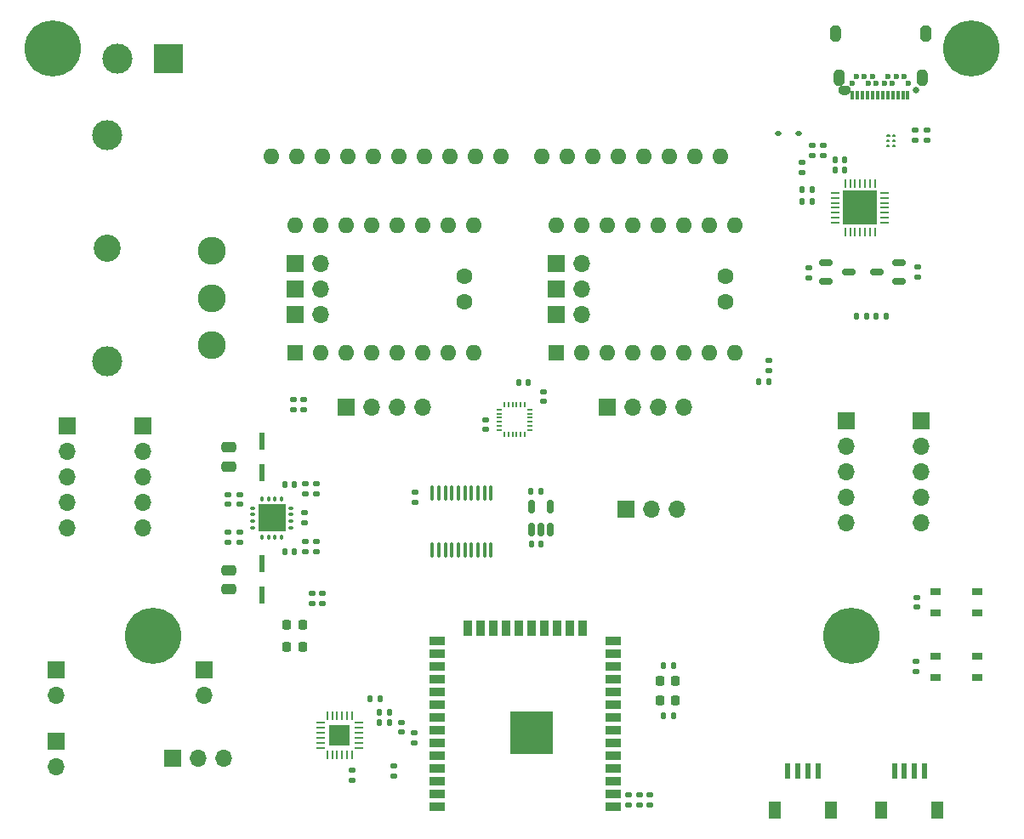
<source format=gbr>
%TF.GenerationSoftware,KiCad,Pcbnew,7.0.1*%
%TF.CreationDate,2023-05-31T14:16:02+01:00*%
%TF.ProjectId,DE10-lite_shield,44453130-2d6c-4697-9465-5f736869656c,rev?*%
%TF.SameCoordinates,Original*%
%TF.FileFunction,Soldermask,Top*%
%TF.FilePolarity,Negative*%
%FSLAX46Y46*%
G04 Gerber Fmt 4.6, Leading zero omitted, Abs format (unit mm)*
G04 Created by KiCad (PCBNEW 7.0.1) date 2023-05-31 14:16:02*
%MOMM*%
%LPD*%
G01*
G04 APERTURE LIST*
G04 Aperture macros list*
%AMRoundRect*
0 Rectangle with rounded corners*
0 $1 Rounding radius*
0 $2 $3 $4 $5 $6 $7 $8 $9 X,Y pos of 4 corners*
0 Add a 4 corners polygon primitive as box body*
4,1,4,$2,$3,$4,$5,$6,$7,$8,$9,$2,$3,0*
0 Add four circle primitives for the rounded corners*
1,1,$1+$1,$2,$3*
1,1,$1+$1,$4,$5*
1,1,$1+$1,$6,$7*
1,1,$1+$1,$8,$9*
0 Add four rect primitives between the rounded corners*
20,1,$1+$1,$2,$3,$4,$5,0*
20,1,$1+$1,$4,$5,$6,$7,0*
20,1,$1+$1,$6,$7,$8,$9,0*
20,1,$1+$1,$8,$9,$2,$3,0*%
G04 Aperture macros list end*
%ADD10C,0.010000*%
%ADD11C,0.200000*%
%ADD12RoundRect,0.150000X0.512500X0.150000X-0.512500X0.150000X-0.512500X-0.150000X0.512500X-0.150000X0*%
%ADD13RoundRect,0.150000X-0.512500X-0.150000X0.512500X-0.150000X0.512500X0.150000X-0.512500X0.150000X0*%
%ADD14R,1.700000X1.700000*%
%ADD15O,1.700000X1.700000*%
%ADD16RoundRect,0.140000X-0.170000X0.140000X-0.170000X-0.140000X0.170000X-0.140000X0.170000X0.140000X0*%
%ADD17RoundRect,0.135000X-0.185000X0.135000X-0.185000X-0.135000X0.185000X-0.135000X0.185000X0.135000X0*%
%ADD18RoundRect,0.140000X0.140000X0.170000X-0.140000X0.170000X-0.140000X-0.170000X0.140000X-0.170000X0*%
%ADD19RoundRect,0.135000X0.185000X-0.135000X0.185000X0.135000X-0.185000X0.135000X-0.185000X-0.135000X0*%
%ADD20RoundRect,0.135000X0.135000X0.185000X-0.135000X0.185000X-0.135000X-0.185000X0.135000X-0.185000X0*%
%ADD21RoundRect,0.218750X0.218750X0.256250X-0.218750X0.256250X-0.218750X-0.256250X0.218750X-0.256250X0*%
%ADD22RoundRect,0.250000X0.475000X-0.250000X0.475000X0.250000X-0.475000X0.250000X-0.475000X-0.250000X0*%
%ADD23R,1.600000X1.600000*%
%ADD24O,1.600000X1.600000*%
%ADD25C,0.650000*%
%ADD26R,0.300000X0.900000*%
%ADD27C,0.600000*%
%ADD28RoundRect,0.050000X0.225000X0.050000X-0.225000X0.050000X-0.225000X-0.050000X0.225000X-0.050000X0*%
%ADD29RoundRect,0.050000X-0.050000X0.225000X-0.050000X-0.225000X0.050000X-0.225000X0.050000X0.225000X0*%
%ADD30R,0.600000X1.750000*%
%ADD31RoundRect,0.140000X-0.140000X-0.170000X0.140000X-0.170000X0.140000X0.170000X-0.140000X0.170000X0*%
%ADD32RoundRect,0.140000X0.170000X-0.140000X0.170000X0.140000X-0.170000X0.140000X-0.170000X-0.140000X0*%
%ADD33RoundRect,0.150000X0.150000X-0.512500X0.150000X0.512500X-0.150000X0.512500X-0.150000X-0.512500X0*%
%ADD34RoundRect,0.250000X-0.475000X0.250000X-0.475000X-0.250000X0.475000X-0.250000X0.475000X0.250000X0*%
%ADD35RoundRect,0.062500X-0.062500X0.337500X-0.062500X-0.337500X0.062500X-0.337500X0.062500X0.337500X0*%
%ADD36RoundRect,0.062500X-0.337500X0.062500X-0.337500X-0.062500X0.337500X-0.062500X0.337500X0.062500X0*%
%ADD37R,3.350000X3.350000*%
%ADD38R,1.050000X0.650000*%
%ADD39RoundRect,0.062500X-0.062500X0.375000X-0.062500X-0.375000X0.062500X-0.375000X0.062500X0.375000X0*%
%ADD40RoundRect,0.062500X-0.375000X0.062500X-0.375000X-0.062500X0.375000X-0.062500X0.375000X0.062500X0*%
%ADD41R,2.100000X2.100000*%
%ADD42C,5.600000*%
%ADD43RoundRect,0.100000X-0.100000X0.637500X-0.100000X-0.637500X0.100000X-0.637500X0.100000X0.637500X0*%
%ADD44R,3.000000X3.000000*%
%ADD45C,3.000000*%
%ADD46R,0.600000X1.550000*%
%ADD47R,1.200000X1.800000*%
%ADD48RoundRect,0.135000X-0.135000X-0.185000X0.135000X-0.185000X0.135000X0.185000X-0.135000X0.185000X0*%
%ADD49C,1.600000*%
%ADD50C,2.700000*%
%ADD51O,0.599999X0.299999*%
%ADD52O,0.299999X0.599999*%
%ADD53C,0.499999*%
%ADD54R,2.700000X2.700000*%
%ADD55R,1.500000X0.900000*%
%ADD56R,0.900000X1.500000*%
%ADD57R,4.200000X4.200000*%
%ADD58C,2.781000*%
%ADD59RoundRect,0.112500X-0.187500X-0.112500X0.187500X-0.112500X0.187500X0.112500X-0.187500X0.112500X0*%
G04 APERTURE END LIST*
%TO.C,J4*%
D10*
X189916000Y-50701000D02*
X189942000Y-50703000D01*
X189968000Y-50706000D01*
X189994000Y-50711000D01*
X190019000Y-50717000D01*
X190045000Y-50724000D01*
X190069000Y-50733000D01*
X190093000Y-50743000D01*
X190117000Y-50754000D01*
X190140000Y-50767000D01*
X190162000Y-50781000D01*
X190184000Y-50795000D01*
X190205000Y-50811000D01*
X190225000Y-50828000D01*
X190244000Y-50846000D01*
X190262000Y-50865000D01*
X190279000Y-50885000D01*
X190295000Y-50906000D01*
X190309000Y-50928000D01*
X190323000Y-50950000D01*
X190336000Y-50973000D01*
X190347000Y-50997000D01*
X190357000Y-51021000D01*
X190366000Y-51045000D01*
X190373000Y-51071000D01*
X190379000Y-51096000D01*
X190384000Y-51122000D01*
X190387000Y-51148000D01*
X190389000Y-51174000D01*
X190390000Y-51200000D01*
X190390000Y-51800000D01*
X190389000Y-51826000D01*
X190387000Y-51852000D01*
X190384000Y-51878000D01*
X190379000Y-51904000D01*
X190373000Y-51929000D01*
X190366000Y-51955000D01*
X190357000Y-51979000D01*
X190347000Y-52003000D01*
X190336000Y-52027000D01*
X190323000Y-52050000D01*
X190309000Y-52072000D01*
X190295000Y-52094000D01*
X190279000Y-52115000D01*
X190262000Y-52135000D01*
X190244000Y-52154000D01*
X190225000Y-52172000D01*
X190205000Y-52189000D01*
X190184000Y-52205000D01*
X190162000Y-52219000D01*
X190140000Y-52233000D01*
X190117000Y-52246000D01*
X190093000Y-52257000D01*
X190069000Y-52267000D01*
X190045000Y-52276000D01*
X190019000Y-52283000D01*
X189994000Y-52289000D01*
X189968000Y-52294000D01*
X189942000Y-52297000D01*
X189916000Y-52299000D01*
X189890000Y-52300000D01*
X189864000Y-52299000D01*
X189838000Y-52297000D01*
X189812000Y-52294000D01*
X189786000Y-52289000D01*
X189761000Y-52283000D01*
X189735000Y-52276000D01*
X189711000Y-52267000D01*
X189687000Y-52257000D01*
X189663000Y-52246000D01*
X189640000Y-52233000D01*
X189618000Y-52219000D01*
X189596000Y-52205000D01*
X189575000Y-52189000D01*
X189555000Y-52172000D01*
X189536000Y-52154000D01*
X189518000Y-52135000D01*
X189501000Y-52115000D01*
X189485000Y-52094000D01*
X189471000Y-52072000D01*
X189457000Y-52050000D01*
X189444000Y-52027000D01*
X189433000Y-52003000D01*
X189423000Y-51979000D01*
X189414000Y-51955000D01*
X189407000Y-51929000D01*
X189401000Y-51904000D01*
X189396000Y-51878000D01*
X189393000Y-51852000D01*
X189391000Y-51826000D01*
X189390000Y-51800000D01*
X189390000Y-51200000D01*
X189391000Y-51174000D01*
X189393000Y-51148000D01*
X189396000Y-51122000D01*
X189401000Y-51096000D01*
X189407000Y-51071000D01*
X189414000Y-51045000D01*
X189423000Y-51021000D01*
X189433000Y-50997000D01*
X189444000Y-50973000D01*
X189457000Y-50950000D01*
X189471000Y-50928000D01*
X189485000Y-50906000D01*
X189501000Y-50885000D01*
X189518000Y-50865000D01*
X189536000Y-50846000D01*
X189555000Y-50828000D01*
X189575000Y-50811000D01*
X189596000Y-50795000D01*
X189618000Y-50781000D01*
X189640000Y-50767000D01*
X189663000Y-50754000D01*
X189687000Y-50743000D01*
X189711000Y-50733000D01*
X189735000Y-50724000D01*
X189761000Y-50717000D01*
X189786000Y-50711000D01*
X189812000Y-50706000D01*
X189838000Y-50703000D01*
X189864000Y-50701000D01*
X189890000Y-50700000D01*
X189916000Y-50701000D01*
G36*
X189916000Y-50701000D02*
G01*
X189942000Y-50703000D01*
X189968000Y-50706000D01*
X189994000Y-50711000D01*
X190019000Y-50717000D01*
X190045000Y-50724000D01*
X190069000Y-50733000D01*
X190093000Y-50743000D01*
X190117000Y-50754000D01*
X190140000Y-50767000D01*
X190162000Y-50781000D01*
X190184000Y-50795000D01*
X190205000Y-50811000D01*
X190225000Y-50828000D01*
X190244000Y-50846000D01*
X190262000Y-50865000D01*
X190279000Y-50885000D01*
X190295000Y-50906000D01*
X190309000Y-50928000D01*
X190323000Y-50950000D01*
X190336000Y-50973000D01*
X190347000Y-50997000D01*
X190357000Y-51021000D01*
X190366000Y-51045000D01*
X190373000Y-51071000D01*
X190379000Y-51096000D01*
X190384000Y-51122000D01*
X190387000Y-51148000D01*
X190389000Y-51174000D01*
X190390000Y-51200000D01*
X190390000Y-51800000D01*
X190389000Y-51826000D01*
X190387000Y-51852000D01*
X190384000Y-51878000D01*
X190379000Y-51904000D01*
X190373000Y-51929000D01*
X190366000Y-51955000D01*
X190357000Y-51979000D01*
X190347000Y-52003000D01*
X190336000Y-52027000D01*
X190323000Y-52050000D01*
X190309000Y-52072000D01*
X190295000Y-52094000D01*
X190279000Y-52115000D01*
X190262000Y-52135000D01*
X190244000Y-52154000D01*
X190225000Y-52172000D01*
X190205000Y-52189000D01*
X190184000Y-52205000D01*
X190162000Y-52219000D01*
X190140000Y-52233000D01*
X190117000Y-52246000D01*
X190093000Y-52257000D01*
X190069000Y-52267000D01*
X190045000Y-52276000D01*
X190019000Y-52283000D01*
X189994000Y-52289000D01*
X189968000Y-52294000D01*
X189942000Y-52297000D01*
X189916000Y-52299000D01*
X189890000Y-52300000D01*
X189864000Y-52299000D01*
X189838000Y-52297000D01*
X189812000Y-52294000D01*
X189786000Y-52289000D01*
X189761000Y-52283000D01*
X189735000Y-52276000D01*
X189711000Y-52267000D01*
X189687000Y-52257000D01*
X189663000Y-52246000D01*
X189640000Y-52233000D01*
X189618000Y-52219000D01*
X189596000Y-52205000D01*
X189575000Y-52189000D01*
X189555000Y-52172000D01*
X189536000Y-52154000D01*
X189518000Y-52135000D01*
X189501000Y-52115000D01*
X189485000Y-52094000D01*
X189471000Y-52072000D01*
X189457000Y-52050000D01*
X189444000Y-52027000D01*
X189433000Y-52003000D01*
X189423000Y-51979000D01*
X189414000Y-51955000D01*
X189407000Y-51929000D01*
X189401000Y-51904000D01*
X189396000Y-51878000D01*
X189393000Y-51852000D01*
X189391000Y-51826000D01*
X189390000Y-51800000D01*
X189390000Y-51200000D01*
X189391000Y-51174000D01*
X189393000Y-51148000D01*
X189396000Y-51122000D01*
X189401000Y-51096000D01*
X189407000Y-51071000D01*
X189414000Y-51045000D01*
X189423000Y-51021000D01*
X189433000Y-50997000D01*
X189444000Y-50973000D01*
X189457000Y-50950000D01*
X189471000Y-50928000D01*
X189485000Y-50906000D01*
X189501000Y-50885000D01*
X189518000Y-50865000D01*
X189536000Y-50846000D01*
X189555000Y-50828000D01*
X189575000Y-50811000D01*
X189596000Y-50795000D01*
X189618000Y-50781000D01*
X189640000Y-50767000D01*
X189663000Y-50754000D01*
X189687000Y-50743000D01*
X189711000Y-50733000D01*
X189735000Y-50724000D01*
X189761000Y-50717000D01*
X189786000Y-50711000D01*
X189812000Y-50706000D01*
X189838000Y-50703000D01*
X189864000Y-50701000D01*
X189890000Y-50700000D01*
X189916000Y-50701000D01*
G37*
X189556000Y-55101000D02*
X189582000Y-55103000D01*
X189608000Y-55106000D01*
X189634000Y-55111000D01*
X189659000Y-55117000D01*
X189685000Y-55124000D01*
X189709000Y-55133000D01*
X189733000Y-55143000D01*
X189757000Y-55154000D01*
X189780000Y-55167000D01*
X189802000Y-55181000D01*
X189824000Y-55195000D01*
X189845000Y-55211000D01*
X189865000Y-55228000D01*
X189884000Y-55246000D01*
X189902000Y-55265000D01*
X189919000Y-55285000D01*
X189935000Y-55306000D01*
X189949000Y-55328000D01*
X189963000Y-55350000D01*
X189976000Y-55373000D01*
X189987000Y-55397000D01*
X189997000Y-55421000D01*
X190006000Y-55445000D01*
X190013000Y-55471000D01*
X190019000Y-55496000D01*
X190024000Y-55522000D01*
X190027000Y-55548000D01*
X190029000Y-55574000D01*
X190030000Y-55600000D01*
X190030000Y-56200000D01*
X190029000Y-56226000D01*
X190027000Y-56252000D01*
X190024000Y-56278000D01*
X190019000Y-56304000D01*
X190013000Y-56329000D01*
X190006000Y-56355000D01*
X189997000Y-56379000D01*
X189987000Y-56403000D01*
X189976000Y-56427000D01*
X189963000Y-56450000D01*
X189949000Y-56472000D01*
X189935000Y-56494000D01*
X189919000Y-56515000D01*
X189902000Y-56535000D01*
X189884000Y-56554000D01*
X189865000Y-56572000D01*
X189845000Y-56589000D01*
X189824000Y-56605000D01*
X189802000Y-56619000D01*
X189780000Y-56633000D01*
X189757000Y-56646000D01*
X189733000Y-56657000D01*
X189709000Y-56667000D01*
X189685000Y-56676000D01*
X189659000Y-56683000D01*
X189634000Y-56689000D01*
X189608000Y-56694000D01*
X189582000Y-56697000D01*
X189556000Y-56699000D01*
X189530000Y-56700000D01*
X189504000Y-56699000D01*
X189478000Y-56697000D01*
X189452000Y-56694000D01*
X189426000Y-56689000D01*
X189401000Y-56683000D01*
X189375000Y-56676000D01*
X189351000Y-56667000D01*
X189327000Y-56657000D01*
X189303000Y-56646000D01*
X189280000Y-56633000D01*
X189258000Y-56619000D01*
X189236000Y-56605000D01*
X189215000Y-56589000D01*
X189195000Y-56572000D01*
X189176000Y-56554000D01*
X189158000Y-56535000D01*
X189141000Y-56515000D01*
X189125000Y-56494000D01*
X189111000Y-56472000D01*
X189097000Y-56450000D01*
X189084000Y-56427000D01*
X189073000Y-56403000D01*
X189063000Y-56379000D01*
X189054000Y-56355000D01*
X189047000Y-56329000D01*
X189041000Y-56304000D01*
X189036000Y-56278000D01*
X189033000Y-56252000D01*
X189031000Y-56226000D01*
X189030000Y-56200000D01*
X189030000Y-55600000D01*
X189031000Y-55574000D01*
X189033000Y-55548000D01*
X189036000Y-55522000D01*
X189041000Y-55496000D01*
X189047000Y-55471000D01*
X189054000Y-55445000D01*
X189063000Y-55421000D01*
X189073000Y-55397000D01*
X189084000Y-55373000D01*
X189097000Y-55350000D01*
X189111000Y-55328000D01*
X189125000Y-55306000D01*
X189141000Y-55285000D01*
X189158000Y-55265000D01*
X189176000Y-55246000D01*
X189195000Y-55228000D01*
X189215000Y-55211000D01*
X189236000Y-55195000D01*
X189258000Y-55181000D01*
X189280000Y-55167000D01*
X189303000Y-55154000D01*
X189327000Y-55143000D01*
X189351000Y-55133000D01*
X189375000Y-55124000D01*
X189401000Y-55117000D01*
X189426000Y-55111000D01*
X189452000Y-55106000D01*
X189478000Y-55103000D01*
X189504000Y-55101000D01*
X189530000Y-55100000D01*
X189556000Y-55101000D01*
G36*
X189556000Y-55101000D02*
G01*
X189582000Y-55103000D01*
X189608000Y-55106000D01*
X189634000Y-55111000D01*
X189659000Y-55117000D01*
X189685000Y-55124000D01*
X189709000Y-55133000D01*
X189733000Y-55143000D01*
X189757000Y-55154000D01*
X189780000Y-55167000D01*
X189802000Y-55181000D01*
X189824000Y-55195000D01*
X189845000Y-55211000D01*
X189865000Y-55228000D01*
X189884000Y-55246000D01*
X189902000Y-55265000D01*
X189919000Y-55285000D01*
X189935000Y-55306000D01*
X189949000Y-55328000D01*
X189963000Y-55350000D01*
X189976000Y-55373000D01*
X189987000Y-55397000D01*
X189997000Y-55421000D01*
X190006000Y-55445000D01*
X190013000Y-55471000D01*
X190019000Y-55496000D01*
X190024000Y-55522000D01*
X190027000Y-55548000D01*
X190029000Y-55574000D01*
X190030000Y-55600000D01*
X190030000Y-56200000D01*
X190029000Y-56226000D01*
X190027000Y-56252000D01*
X190024000Y-56278000D01*
X190019000Y-56304000D01*
X190013000Y-56329000D01*
X190006000Y-56355000D01*
X189997000Y-56379000D01*
X189987000Y-56403000D01*
X189976000Y-56427000D01*
X189963000Y-56450000D01*
X189949000Y-56472000D01*
X189935000Y-56494000D01*
X189919000Y-56515000D01*
X189902000Y-56535000D01*
X189884000Y-56554000D01*
X189865000Y-56572000D01*
X189845000Y-56589000D01*
X189824000Y-56605000D01*
X189802000Y-56619000D01*
X189780000Y-56633000D01*
X189757000Y-56646000D01*
X189733000Y-56657000D01*
X189709000Y-56667000D01*
X189685000Y-56676000D01*
X189659000Y-56683000D01*
X189634000Y-56689000D01*
X189608000Y-56694000D01*
X189582000Y-56697000D01*
X189556000Y-56699000D01*
X189530000Y-56700000D01*
X189504000Y-56699000D01*
X189478000Y-56697000D01*
X189452000Y-56694000D01*
X189426000Y-56689000D01*
X189401000Y-56683000D01*
X189375000Y-56676000D01*
X189351000Y-56667000D01*
X189327000Y-56657000D01*
X189303000Y-56646000D01*
X189280000Y-56633000D01*
X189258000Y-56619000D01*
X189236000Y-56605000D01*
X189215000Y-56589000D01*
X189195000Y-56572000D01*
X189176000Y-56554000D01*
X189158000Y-56535000D01*
X189141000Y-56515000D01*
X189125000Y-56494000D01*
X189111000Y-56472000D01*
X189097000Y-56450000D01*
X189084000Y-56427000D01*
X189073000Y-56403000D01*
X189063000Y-56379000D01*
X189054000Y-56355000D01*
X189047000Y-56329000D01*
X189041000Y-56304000D01*
X189036000Y-56278000D01*
X189033000Y-56252000D01*
X189031000Y-56226000D01*
X189030000Y-56200000D01*
X189030000Y-55600000D01*
X189031000Y-55574000D01*
X189033000Y-55548000D01*
X189036000Y-55522000D01*
X189041000Y-55496000D01*
X189047000Y-55471000D01*
X189054000Y-55445000D01*
X189063000Y-55421000D01*
X189073000Y-55397000D01*
X189084000Y-55373000D01*
X189097000Y-55350000D01*
X189111000Y-55328000D01*
X189125000Y-55306000D01*
X189141000Y-55285000D01*
X189158000Y-55265000D01*
X189176000Y-55246000D01*
X189195000Y-55228000D01*
X189215000Y-55211000D01*
X189236000Y-55195000D01*
X189258000Y-55181000D01*
X189280000Y-55167000D01*
X189303000Y-55154000D01*
X189327000Y-55143000D01*
X189351000Y-55133000D01*
X189375000Y-55124000D01*
X189401000Y-55117000D01*
X189426000Y-55111000D01*
X189452000Y-55106000D01*
X189478000Y-55103000D01*
X189504000Y-55101000D01*
X189530000Y-55100000D01*
X189556000Y-55101000D01*
G37*
X181972000Y-56716000D02*
X181994000Y-56717000D01*
X182016000Y-56720000D01*
X182038000Y-56724000D01*
X182060000Y-56729000D01*
X182081000Y-56736000D01*
X182102000Y-56743000D01*
X182123000Y-56752000D01*
X182143000Y-56761000D01*
X182163000Y-56772000D01*
X182181000Y-56784000D01*
X182200000Y-56796000D01*
X182217000Y-56810000D01*
X182234000Y-56824000D01*
X182251000Y-56839000D01*
X182266000Y-56856000D01*
X182280000Y-56873000D01*
X182294000Y-56890000D01*
X182306000Y-56909000D01*
X182318000Y-56928000D01*
X182329000Y-56947000D01*
X182338000Y-56967000D01*
X182347000Y-56988000D01*
X182354000Y-57009000D01*
X182361000Y-57030000D01*
X182366000Y-57052000D01*
X182370000Y-57074000D01*
X182373000Y-57096000D01*
X182374000Y-57118000D01*
X182375000Y-57140000D01*
X182374000Y-57162000D01*
X182373000Y-57184000D01*
X182370000Y-57206000D01*
X182366000Y-57228000D01*
X182361000Y-57250000D01*
X182354000Y-57271000D01*
X182347000Y-57292000D01*
X182338000Y-57313000D01*
X182329000Y-57333000D01*
X182318000Y-57353000D01*
X182306000Y-57371000D01*
X182294000Y-57390000D01*
X182280000Y-57407000D01*
X182266000Y-57424000D01*
X182251000Y-57441000D01*
X182234000Y-57456000D01*
X182217000Y-57470000D01*
X182200000Y-57484000D01*
X182181000Y-57496000D01*
X182163000Y-57508000D01*
X182143000Y-57519000D01*
X182123000Y-57528000D01*
X182102000Y-57537000D01*
X182081000Y-57544000D01*
X182060000Y-57551000D01*
X182038000Y-57556000D01*
X182016000Y-57560000D01*
X181994000Y-57563000D01*
X181972000Y-57564000D01*
X181950000Y-57565000D01*
X181650000Y-57565000D01*
X181628000Y-57564000D01*
X181606000Y-57563000D01*
X181584000Y-57560000D01*
X181562000Y-57556000D01*
X181540000Y-57551000D01*
X181519000Y-57544000D01*
X181498000Y-57537000D01*
X181477000Y-57528000D01*
X181457000Y-57519000D01*
X181438000Y-57508000D01*
X181419000Y-57496000D01*
X181400000Y-57484000D01*
X181383000Y-57470000D01*
X181366000Y-57456000D01*
X181349000Y-57441000D01*
X181334000Y-57424000D01*
X181320000Y-57407000D01*
X181306000Y-57390000D01*
X181294000Y-57371000D01*
X181282000Y-57353000D01*
X181271000Y-57333000D01*
X181262000Y-57313000D01*
X181253000Y-57292000D01*
X181246000Y-57271000D01*
X181239000Y-57250000D01*
X181234000Y-57228000D01*
X181230000Y-57206000D01*
X181227000Y-57184000D01*
X181226000Y-57162000D01*
X181225000Y-57140000D01*
X181226000Y-57118000D01*
X181227000Y-57096000D01*
X181230000Y-57074000D01*
X181234000Y-57052000D01*
X181239000Y-57030000D01*
X181246000Y-57009000D01*
X181253000Y-56988000D01*
X181262000Y-56967000D01*
X181271000Y-56947000D01*
X181282000Y-56928000D01*
X181294000Y-56909000D01*
X181306000Y-56890000D01*
X181320000Y-56873000D01*
X181334000Y-56856000D01*
X181349000Y-56839000D01*
X181366000Y-56824000D01*
X181383000Y-56810000D01*
X181400000Y-56796000D01*
X181419000Y-56784000D01*
X181438000Y-56772000D01*
X181457000Y-56761000D01*
X181477000Y-56752000D01*
X181498000Y-56743000D01*
X181519000Y-56736000D01*
X181540000Y-56729000D01*
X181562000Y-56724000D01*
X181584000Y-56720000D01*
X181606000Y-56717000D01*
X181628000Y-56716000D01*
X181650000Y-56715000D01*
X181950000Y-56715000D01*
X181972000Y-56716000D01*
G36*
X181972000Y-56716000D02*
G01*
X181994000Y-56717000D01*
X182016000Y-56720000D01*
X182038000Y-56724000D01*
X182060000Y-56729000D01*
X182081000Y-56736000D01*
X182102000Y-56743000D01*
X182123000Y-56752000D01*
X182143000Y-56761000D01*
X182163000Y-56772000D01*
X182181000Y-56784000D01*
X182200000Y-56796000D01*
X182217000Y-56810000D01*
X182234000Y-56824000D01*
X182251000Y-56839000D01*
X182266000Y-56856000D01*
X182280000Y-56873000D01*
X182294000Y-56890000D01*
X182306000Y-56909000D01*
X182318000Y-56928000D01*
X182329000Y-56947000D01*
X182338000Y-56967000D01*
X182347000Y-56988000D01*
X182354000Y-57009000D01*
X182361000Y-57030000D01*
X182366000Y-57052000D01*
X182370000Y-57074000D01*
X182373000Y-57096000D01*
X182374000Y-57118000D01*
X182375000Y-57140000D01*
X182374000Y-57162000D01*
X182373000Y-57184000D01*
X182370000Y-57206000D01*
X182366000Y-57228000D01*
X182361000Y-57250000D01*
X182354000Y-57271000D01*
X182347000Y-57292000D01*
X182338000Y-57313000D01*
X182329000Y-57333000D01*
X182318000Y-57353000D01*
X182306000Y-57371000D01*
X182294000Y-57390000D01*
X182280000Y-57407000D01*
X182266000Y-57424000D01*
X182251000Y-57441000D01*
X182234000Y-57456000D01*
X182217000Y-57470000D01*
X182200000Y-57484000D01*
X182181000Y-57496000D01*
X182163000Y-57508000D01*
X182143000Y-57519000D01*
X182123000Y-57528000D01*
X182102000Y-57537000D01*
X182081000Y-57544000D01*
X182060000Y-57551000D01*
X182038000Y-57556000D01*
X182016000Y-57560000D01*
X181994000Y-57563000D01*
X181972000Y-57564000D01*
X181950000Y-57565000D01*
X181650000Y-57565000D01*
X181628000Y-57564000D01*
X181606000Y-57563000D01*
X181584000Y-57560000D01*
X181562000Y-57556000D01*
X181540000Y-57551000D01*
X181519000Y-57544000D01*
X181498000Y-57537000D01*
X181477000Y-57528000D01*
X181457000Y-57519000D01*
X181438000Y-57508000D01*
X181419000Y-57496000D01*
X181400000Y-57484000D01*
X181383000Y-57470000D01*
X181366000Y-57456000D01*
X181349000Y-57441000D01*
X181334000Y-57424000D01*
X181320000Y-57407000D01*
X181306000Y-57390000D01*
X181294000Y-57371000D01*
X181282000Y-57353000D01*
X181271000Y-57333000D01*
X181262000Y-57313000D01*
X181253000Y-57292000D01*
X181246000Y-57271000D01*
X181239000Y-57250000D01*
X181234000Y-57228000D01*
X181230000Y-57206000D01*
X181227000Y-57184000D01*
X181226000Y-57162000D01*
X181225000Y-57140000D01*
X181226000Y-57118000D01*
X181227000Y-57096000D01*
X181230000Y-57074000D01*
X181234000Y-57052000D01*
X181239000Y-57030000D01*
X181246000Y-57009000D01*
X181253000Y-56988000D01*
X181262000Y-56967000D01*
X181271000Y-56947000D01*
X181282000Y-56928000D01*
X181294000Y-56909000D01*
X181306000Y-56890000D01*
X181320000Y-56873000D01*
X181334000Y-56856000D01*
X181349000Y-56839000D01*
X181366000Y-56824000D01*
X181383000Y-56810000D01*
X181400000Y-56796000D01*
X181419000Y-56784000D01*
X181438000Y-56772000D01*
X181457000Y-56761000D01*
X181477000Y-56752000D01*
X181498000Y-56743000D01*
X181519000Y-56736000D01*
X181540000Y-56729000D01*
X181562000Y-56724000D01*
X181584000Y-56720000D01*
X181606000Y-56717000D01*
X181628000Y-56716000D01*
X181650000Y-56715000D01*
X181950000Y-56715000D01*
X181972000Y-56716000D01*
G37*
X181296000Y-55101000D02*
X181322000Y-55103000D01*
X181348000Y-55106000D01*
X181374000Y-55111000D01*
X181399000Y-55117000D01*
X181425000Y-55124000D01*
X181449000Y-55133000D01*
X181473000Y-55143000D01*
X181497000Y-55154000D01*
X181520000Y-55167000D01*
X181542000Y-55181000D01*
X181564000Y-55195000D01*
X181585000Y-55211000D01*
X181605000Y-55228000D01*
X181624000Y-55246000D01*
X181642000Y-55265000D01*
X181659000Y-55285000D01*
X181675000Y-55306000D01*
X181689000Y-55328000D01*
X181703000Y-55350000D01*
X181716000Y-55373000D01*
X181727000Y-55397000D01*
X181737000Y-55421000D01*
X181746000Y-55445000D01*
X181753000Y-55471000D01*
X181759000Y-55496000D01*
X181764000Y-55522000D01*
X181767000Y-55548000D01*
X181769000Y-55574000D01*
X181770000Y-55600000D01*
X181770000Y-56200000D01*
X181769000Y-56226000D01*
X181767000Y-56252000D01*
X181764000Y-56278000D01*
X181759000Y-56304000D01*
X181753000Y-56329000D01*
X181746000Y-56355000D01*
X181737000Y-56379000D01*
X181727000Y-56403000D01*
X181716000Y-56427000D01*
X181703000Y-56450000D01*
X181689000Y-56472000D01*
X181675000Y-56494000D01*
X181659000Y-56515000D01*
X181642000Y-56535000D01*
X181624000Y-56554000D01*
X181605000Y-56572000D01*
X181585000Y-56589000D01*
X181564000Y-56605000D01*
X181542000Y-56619000D01*
X181520000Y-56633000D01*
X181497000Y-56646000D01*
X181473000Y-56657000D01*
X181449000Y-56667000D01*
X181425000Y-56676000D01*
X181399000Y-56683000D01*
X181374000Y-56689000D01*
X181348000Y-56694000D01*
X181322000Y-56697000D01*
X181296000Y-56699000D01*
X181270000Y-56700000D01*
X181244000Y-56699000D01*
X181218000Y-56697000D01*
X181192000Y-56694000D01*
X181166000Y-56689000D01*
X181141000Y-56683000D01*
X181115000Y-56676000D01*
X181091000Y-56667000D01*
X181067000Y-56657000D01*
X181043000Y-56646000D01*
X181020000Y-56633000D01*
X180998000Y-56619000D01*
X180976000Y-56605000D01*
X180955000Y-56589000D01*
X180935000Y-56572000D01*
X180916000Y-56554000D01*
X180898000Y-56535000D01*
X180881000Y-56515000D01*
X180865000Y-56494000D01*
X180851000Y-56472000D01*
X180837000Y-56450000D01*
X180824000Y-56427000D01*
X180813000Y-56403000D01*
X180803000Y-56379000D01*
X180794000Y-56355000D01*
X180787000Y-56329000D01*
X180781000Y-56304000D01*
X180776000Y-56278000D01*
X180773000Y-56252000D01*
X180771000Y-56226000D01*
X180770000Y-56200000D01*
X180770000Y-55600000D01*
X180771000Y-55574000D01*
X180773000Y-55548000D01*
X180776000Y-55522000D01*
X180781000Y-55496000D01*
X180787000Y-55471000D01*
X180794000Y-55445000D01*
X180803000Y-55421000D01*
X180813000Y-55397000D01*
X180824000Y-55373000D01*
X180837000Y-55350000D01*
X180851000Y-55328000D01*
X180865000Y-55306000D01*
X180881000Y-55285000D01*
X180898000Y-55265000D01*
X180916000Y-55246000D01*
X180935000Y-55228000D01*
X180955000Y-55211000D01*
X180976000Y-55195000D01*
X180998000Y-55181000D01*
X181020000Y-55167000D01*
X181043000Y-55154000D01*
X181067000Y-55143000D01*
X181091000Y-55133000D01*
X181115000Y-55124000D01*
X181141000Y-55117000D01*
X181166000Y-55111000D01*
X181192000Y-55106000D01*
X181218000Y-55103000D01*
X181244000Y-55101000D01*
X181270000Y-55100000D01*
X181296000Y-55101000D01*
G36*
X181296000Y-55101000D02*
G01*
X181322000Y-55103000D01*
X181348000Y-55106000D01*
X181374000Y-55111000D01*
X181399000Y-55117000D01*
X181425000Y-55124000D01*
X181449000Y-55133000D01*
X181473000Y-55143000D01*
X181497000Y-55154000D01*
X181520000Y-55167000D01*
X181542000Y-55181000D01*
X181564000Y-55195000D01*
X181585000Y-55211000D01*
X181605000Y-55228000D01*
X181624000Y-55246000D01*
X181642000Y-55265000D01*
X181659000Y-55285000D01*
X181675000Y-55306000D01*
X181689000Y-55328000D01*
X181703000Y-55350000D01*
X181716000Y-55373000D01*
X181727000Y-55397000D01*
X181737000Y-55421000D01*
X181746000Y-55445000D01*
X181753000Y-55471000D01*
X181759000Y-55496000D01*
X181764000Y-55522000D01*
X181767000Y-55548000D01*
X181769000Y-55574000D01*
X181770000Y-55600000D01*
X181770000Y-56200000D01*
X181769000Y-56226000D01*
X181767000Y-56252000D01*
X181764000Y-56278000D01*
X181759000Y-56304000D01*
X181753000Y-56329000D01*
X181746000Y-56355000D01*
X181737000Y-56379000D01*
X181727000Y-56403000D01*
X181716000Y-56427000D01*
X181703000Y-56450000D01*
X181689000Y-56472000D01*
X181675000Y-56494000D01*
X181659000Y-56515000D01*
X181642000Y-56535000D01*
X181624000Y-56554000D01*
X181605000Y-56572000D01*
X181585000Y-56589000D01*
X181564000Y-56605000D01*
X181542000Y-56619000D01*
X181520000Y-56633000D01*
X181497000Y-56646000D01*
X181473000Y-56657000D01*
X181449000Y-56667000D01*
X181425000Y-56676000D01*
X181399000Y-56683000D01*
X181374000Y-56689000D01*
X181348000Y-56694000D01*
X181322000Y-56697000D01*
X181296000Y-56699000D01*
X181270000Y-56700000D01*
X181244000Y-56699000D01*
X181218000Y-56697000D01*
X181192000Y-56694000D01*
X181166000Y-56689000D01*
X181141000Y-56683000D01*
X181115000Y-56676000D01*
X181091000Y-56667000D01*
X181067000Y-56657000D01*
X181043000Y-56646000D01*
X181020000Y-56633000D01*
X180998000Y-56619000D01*
X180976000Y-56605000D01*
X180955000Y-56589000D01*
X180935000Y-56572000D01*
X180916000Y-56554000D01*
X180898000Y-56535000D01*
X180881000Y-56515000D01*
X180865000Y-56494000D01*
X180851000Y-56472000D01*
X180837000Y-56450000D01*
X180824000Y-56427000D01*
X180813000Y-56403000D01*
X180803000Y-56379000D01*
X180794000Y-56355000D01*
X180787000Y-56329000D01*
X180781000Y-56304000D01*
X180776000Y-56278000D01*
X180773000Y-56252000D01*
X180771000Y-56226000D01*
X180770000Y-56200000D01*
X180770000Y-55600000D01*
X180771000Y-55574000D01*
X180773000Y-55548000D01*
X180776000Y-55522000D01*
X180781000Y-55496000D01*
X180787000Y-55471000D01*
X180794000Y-55445000D01*
X180803000Y-55421000D01*
X180813000Y-55397000D01*
X180824000Y-55373000D01*
X180837000Y-55350000D01*
X180851000Y-55328000D01*
X180865000Y-55306000D01*
X180881000Y-55285000D01*
X180898000Y-55265000D01*
X180916000Y-55246000D01*
X180935000Y-55228000D01*
X180955000Y-55211000D01*
X180976000Y-55195000D01*
X180998000Y-55181000D01*
X181020000Y-55167000D01*
X181043000Y-55154000D01*
X181067000Y-55143000D01*
X181091000Y-55133000D01*
X181115000Y-55124000D01*
X181141000Y-55117000D01*
X181166000Y-55111000D01*
X181192000Y-55106000D01*
X181218000Y-55103000D01*
X181244000Y-55101000D01*
X181270000Y-55100000D01*
X181296000Y-55101000D01*
G37*
X180936000Y-50701000D02*
X180962000Y-50703000D01*
X180988000Y-50706000D01*
X181014000Y-50711000D01*
X181039000Y-50717000D01*
X181065000Y-50724000D01*
X181089000Y-50733000D01*
X181113000Y-50743000D01*
X181137000Y-50754000D01*
X181160000Y-50767000D01*
X181182000Y-50781000D01*
X181204000Y-50795000D01*
X181225000Y-50811000D01*
X181245000Y-50828000D01*
X181264000Y-50846000D01*
X181282000Y-50865000D01*
X181299000Y-50885000D01*
X181315000Y-50906000D01*
X181329000Y-50928000D01*
X181343000Y-50950000D01*
X181356000Y-50973000D01*
X181367000Y-50997000D01*
X181377000Y-51021000D01*
X181386000Y-51045000D01*
X181393000Y-51071000D01*
X181399000Y-51096000D01*
X181404000Y-51122000D01*
X181407000Y-51148000D01*
X181409000Y-51174000D01*
X181410000Y-51200000D01*
X181410000Y-51800000D01*
X181409000Y-51826000D01*
X181407000Y-51852000D01*
X181404000Y-51878000D01*
X181399000Y-51904000D01*
X181393000Y-51929000D01*
X181386000Y-51955000D01*
X181377000Y-51979000D01*
X181367000Y-52003000D01*
X181356000Y-52027000D01*
X181343000Y-52050000D01*
X181329000Y-52072000D01*
X181315000Y-52094000D01*
X181299000Y-52115000D01*
X181282000Y-52135000D01*
X181264000Y-52154000D01*
X181245000Y-52172000D01*
X181225000Y-52189000D01*
X181204000Y-52205000D01*
X181182000Y-52219000D01*
X181160000Y-52233000D01*
X181137000Y-52246000D01*
X181113000Y-52257000D01*
X181089000Y-52267000D01*
X181065000Y-52276000D01*
X181039000Y-52283000D01*
X181014000Y-52289000D01*
X180988000Y-52294000D01*
X180962000Y-52297000D01*
X180936000Y-52299000D01*
X180910000Y-52300000D01*
X180884000Y-52299000D01*
X180858000Y-52297000D01*
X180832000Y-52294000D01*
X180806000Y-52289000D01*
X180781000Y-52283000D01*
X180755000Y-52276000D01*
X180731000Y-52267000D01*
X180707000Y-52257000D01*
X180683000Y-52246000D01*
X180660000Y-52233000D01*
X180638000Y-52219000D01*
X180616000Y-52205000D01*
X180595000Y-52189000D01*
X180575000Y-52172000D01*
X180556000Y-52154000D01*
X180538000Y-52135000D01*
X180521000Y-52115000D01*
X180505000Y-52094000D01*
X180491000Y-52072000D01*
X180477000Y-52050000D01*
X180464000Y-52027000D01*
X180453000Y-52003000D01*
X180443000Y-51979000D01*
X180434000Y-51955000D01*
X180427000Y-51929000D01*
X180421000Y-51904000D01*
X180416000Y-51878000D01*
X180413000Y-51852000D01*
X180411000Y-51826000D01*
X180410000Y-51800000D01*
X180410000Y-51200000D01*
X180411000Y-51174000D01*
X180413000Y-51148000D01*
X180416000Y-51122000D01*
X180421000Y-51096000D01*
X180427000Y-51071000D01*
X180434000Y-51045000D01*
X180443000Y-51021000D01*
X180453000Y-50997000D01*
X180464000Y-50973000D01*
X180477000Y-50950000D01*
X180491000Y-50928000D01*
X180505000Y-50906000D01*
X180521000Y-50885000D01*
X180538000Y-50865000D01*
X180556000Y-50846000D01*
X180575000Y-50828000D01*
X180595000Y-50811000D01*
X180616000Y-50795000D01*
X180638000Y-50781000D01*
X180660000Y-50767000D01*
X180683000Y-50754000D01*
X180707000Y-50743000D01*
X180731000Y-50733000D01*
X180755000Y-50724000D01*
X180781000Y-50717000D01*
X180806000Y-50711000D01*
X180832000Y-50706000D01*
X180858000Y-50703000D01*
X180884000Y-50701000D01*
X180910000Y-50700000D01*
X180936000Y-50701000D01*
G36*
X180936000Y-50701000D02*
G01*
X180962000Y-50703000D01*
X180988000Y-50706000D01*
X181014000Y-50711000D01*
X181039000Y-50717000D01*
X181065000Y-50724000D01*
X181089000Y-50733000D01*
X181113000Y-50743000D01*
X181137000Y-50754000D01*
X181160000Y-50767000D01*
X181182000Y-50781000D01*
X181204000Y-50795000D01*
X181225000Y-50811000D01*
X181245000Y-50828000D01*
X181264000Y-50846000D01*
X181282000Y-50865000D01*
X181299000Y-50885000D01*
X181315000Y-50906000D01*
X181329000Y-50928000D01*
X181343000Y-50950000D01*
X181356000Y-50973000D01*
X181367000Y-50997000D01*
X181377000Y-51021000D01*
X181386000Y-51045000D01*
X181393000Y-51071000D01*
X181399000Y-51096000D01*
X181404000Y-51122000D01*
X181407000Y-51148000D01*
X181409000Y-51174000D01*
X181410000Y-51200000D01*
X181410000Y-51800000D01*
X181409000Y-51826000D01*
X181407000Y-51852000D01*
X181404000Y-51878000D01*
X181399000Y-51904000D01*
X181393000Y-51929000D01*
X181386000Y-51955000D01*
X181377000Y-51979000D01*
X181367000Y-52003000D01*
X181356000Y-52027000D01*
X181343000Y-52050000D01*
X181329000Y-52072000D01*
X181315000Y-52094000D01*
X181299000Y-52115000D01*
X181282000Y-52135000D01*
X181264000Y-52154000D01*
X181245000Y-52172000D01*
X181225000Y-52189000D01*
X181204000Y-52205000D01*
X181182000Y-52219000D01*
X181160000Y-52233000D01*
X181137000Y-52246000D01*
X181113000Y-52257000D01*
X181089000Y-52267000D01*
X181065000Y-52276000D01*
X181039000Y-52283000D01*
X181014000Y-52289000D01*
X180988000Y-52294000D01*
X180962000Y-52297000D01*
X180936000Y-52299000D01*
X180910000Y-52300000D01*
X180884000Y-52299000D01*
X180858000Y-52297000D01*
X180832000Y-52294000D01*
X180806000Y-52289000D01*
X180781000Y-52283000D01*
X180755000Y-52276000D01*
X180731000Y-52267000D01*
X180707000Y-52257000D01*
X180683000Y-52246000D01*
X180660000Y-52233000D01*
X180638000Y-52219000D01*
X180616000Y-52205000D01*
X180595000Y-52189000D01*
X180575000Y-52172000D01*
X180556000Y-52154000D01*
X180538000Y-52135000D01*
X180521000Y-52115000D01*
X180505000Y-52094000D01*
X180491000Y-52072000D01*
X180477000Y-52050000D01*
X180464000Y-52027000D01*
X180453000Y-52003000D01*
X180443000Y-51979000D01*
X180434000Y-51955000D01*
X180427000Y-51929000D01*
X180421000Y-51904000D01*
X180416000Y-51878000D01*
X180413000Y-51852000D01*
X180411000Y-51826000D01*
X180410000Y-51800000D01*
X180410000Y-51200000D01*
X180411000Y-51174000D01*
X180413000Y-51148000D01*
X180416000Y-51122000D01*
X180421000Y-51096000D01*
X180427000Y-51071000D01*
X180434000Y-51045000D01*
X180443000Y-51021000D01*
X180453000Y-50997000D01*
X180464000Y-50973000D01*
X180477000Y-50950000D01*
X180491000Y-50928000D01*
X180505000Y-50906000D01*
X180521000Y-50885000D01*
X180538000Y-50865000D01*
X180556000Y-50846000D01*
X180575000Y-50828000D01*
X180595000Y-50811000D01*
X180616000Y-50795000D01*
X180638000Y-50781000D01*
X180660000Y-50767000D01*
X180683000Y-50754000D01*
X180707000Y-50743000D01*
X180731000Y-50733000D01*
X180755000Y-50724000D01*
X180781000Y-50717000D01*
X180806000Y-50711000D01*
X180832000Y-50706000D01*
X180858000Y-50703000D01*
X180884000Y-50701000D01*
X180910000Y-50700000D01*
X180936000Y-50701000D01*
G37*
D11*
%TO.C,U9*%
X186050000Y-61650000D02*
X186300000Y-61650000D01*
X186050000Y-61750000D02*
X186050000Y-61650000D01*
X186050000Y-62150000D02*
X186250000Y-62150000D01*
X186050000Y-62250000D02*
X186050000Y-62150000D01*
X186050000Y-62650000D02*
X186250000Y-62650000D01*
X186050000Y-62750000D02*
X186050000Y-62650000D01*
X186250000Y-62150000D02*
X186250000Y-62250000D01*
X186250000Y-62250000D02*
X186050000Y-62250000D01*
X186250000Y-62650000D02*
X186250000Y-62750000D01*
X186250000Y-62750000D02*
X186050000Y-62750000D01*
X186300000Y-61650000D02*
X186300000Y-61750000D01*
X186300000Y-61750000D02*
X186050000Y-61750000D01*
X186650000Y-61650000D02*
X186850000Y-61650000D01*
X186650000Y-61750000D02*
X186650000Y-61650000D01*
X186650000Y-62150000D02*
X186850000Y-62150000D01*
X186650000Y-62250000D02*
X186650000Y-62150000D01*
X186650000Y-62650000D02*
X186850000Y-62650000D01*
X186650000Y-62750000D02*
X186650000Y-62650000D01*
X186850000Y-61650000D02*
X186850000Y-61750000D01*
X186850000Y-61750000D02*
X186650000Y-61750000D01*
X186850000Y-62150000D02*
X186850000Y-62250000D01*
X186850000Y-62250000D02*
X186650000Y-62250000D01*
X186850000Y-62650000D02*
X186850000Y-62750000D01*
X186850000Y-62750000D02*
X186650000Y-62750000D01*
%TD*%
D12*
%TO.C,Q1*%
X185025000Y-75300000D03*
X187300000Y-76250000D03*
X187300000Y-74350000D03*
%TD*%
D13*
%TO.C,Q2*%
X182300000Y-75300000D03*
X180025000Y-74350000D03*
X180025000Y-76250000D03*
%TD*%
D14*
%TO.C,JP2*%
X153125000Y-76980000D03*
D15*
X155665000Y-76980000D03*
%TD*%
D16*
%TO.C,C5*%
X128100000Y-99295000D03*
X128100000Y-100255000D03*
%TD*%
D14*
%TO.C,J8*%
X104500000Y-90585000D03*
D15*
X104500000Y-93125000D03*
X104500000Y-95665000D03*
X104500000Y-98205000D03*
X104500000Y-100745000D03*
%TD*%
D17*
%TO.C,R2*%
X128150002Y-102112183D03*
X128150002Y-103132183D03*
%TD*%
D18*
%TO.C,C11*%
X127105001Y-96422182D03*
X126145001Y-96422182D03*
%TD*%
D16*
%TO.C,C3*%
X121650002Y-101242183D03*
X121650002Y-102202183D03*
%TD*%
D19*
%TO.C,R4*%
X128150002Y-97432183D03*
X128150002Y-96412183D03*
%TD*%
D18*
%TO.C,C13*%
X181880000Y-64100000D03*
X180920000Y-64100000D03*
%TD*%
D17*
%TO.C,R21*%
X178600000Y-62690000D03*
X178600000Y-63710000D03*
%TD*%
D20*
%TO.C,R9*%
X178610000Y-68250000D03*
X177590000Y-68250000D03*
%TD*%
D17*
%TO.C,R31*%
X128000000Y-87990000D03*
X128000000Y-89010000D03*
%TD*%
D21*
%TO.C,D3*%
X127887500Y-110400000D03*
X126312500Y-110400000D03*
%TD*%
D16*
%TO.C,C22*%
X160375000Y-127395000D03*
X160375000Y-128355000D03*
%TD*%
D19*
%TO.C,R1*%
X129250002Y-103132183D03*
X129250002Y-102112183D03*
%TD*%
D22*
%TO.C,C7*%
X120550002Y-106872184D03*
X120550002Y-104972184D03*
%TD*%
D14*
%TO.C,JP6*%
X127125000Y-74430000D03*
D15*
X129665000Y-74430000D03*
%TD*%
D19*
%TO.C,R12*%
X132825000Y-125910000D03*
X132825000Y-124890000D03*
%TD*%
D23*
%TO.C,A3*%
X153110000Y-83340000D03*
D24*
X155650000Y-83340000D03*
X158190000Y-83340000D03*
X160730000Y-83340000D03*
X163270000Y-83340000D03*
X165810000Y-83340000D03*
X168350000Y-83340000D03*
X170890000Y-83340000D03*
X170890000Y-70640000D03*
X168350000Y-70640000D03*
X165810000Y-70640000D03*
X163270000Y-70640000D03*
X160730000Y-70640000D03*
X158190000Y-70640000D03*
X155650000Y-70640000D03*
X153110000Y-70640000D03*
%TD*%
D14*
%TO.C,JP4*%
X127125000Y-79530000D03*
D15*
X129665000Y-79530000D03*
%TD*%
D25*
%TO.C,J4*%
X189000000Y-57140000D03*
X181800000Y-57140000D03*
D26*
X188150000Y-57700000D03*
X187650000Y-57700000D03*
X187150000Y-57700000D03*
X186650000Y-57700000D03*
X186150000Y-57700000D03*
X185650000Y-57700000D03*
X185150000Y-57700000D03*
X184650000Y-57700000D03*
X184150000Y-57700000D03*
X183650000Y-57700000D03*
X183150000Y-57700000D03*
X182650000Y-57700000D03*
D27*
X182600000Y-56490000D03*
X183000000Y-55790000D03*
X183800000Y-55790000D03*
X184200000Y-56490000D03*
X184600000Y-55790000D03*
X185000000Y-56490000D03*
X185800000Y-56490000D03*
X186200000Y-55790000D03*
X186600000Y-56490000D03*
X187000000Y-55790000D03*
X187800000Y-55790000D03*
X188200000Y-56490000D03*
%TD*%
D20*
%TO.C,R19*%
X174310000Y-86200000D03*
X173290000Y-86200000D03*
%TD*%
D28*
%TO.C,U5*%
X150500000Y-91000000D03*
X150500000Y-90600000D03*
X150500000Y-90200000D03*
X150500000Y-89800000D03*
X150500000Y-89400000D03*
X150500000Y-89000000D03*
D29*
X150000000Y-88500000D03*
X149600000Y-88500000D03*
X149200000Y-88500000D03*
X148800000Y-88500000D03*
X148400000Y-88500000D03*
X148000000Y-88500000D03*
D28*
X147500000Y-89000000D03*
X147500000Y-89400000D03*
X147500000Y-89800000D03*
X147500000Y-90200000D03*
X147500000Y-90600000D03*
X147500000Y-91000000D03*
D29*
X148000000Y-91500000D03*
X148400000Y-91500000D03*
X148800000Y-91500000D03*
X149200000Y-91500000D03*
X149600000Y-91500000D03*
X150000000Y-91500000D03*
%TD*%
D30*
%TO.C,L1*%
X123825001Y-104372183D03*
X123825001Y-107472183D03*
%TD*%
D31*
%TO.C,C15*%
X150660000Y-102395000D03*
X151620000Y-102395000D03*
%TD*%
D32*
%TO.C,C23*%
X151900000Y-88180000D03*
X151900000Y-87220000D03*
%TD*%
D31*
%TO.C,C18*%
X149420000Y-86300000D03*
X150380000Y-86300000D03*
%TD*%
D14*
%TO.C,JP9*%
X160060000Y-98900000D03*
D15*
X162600000Y-98900000D03*
X165140000Y-98900000D03*
%TD*%
D32*
%TO.C,C9*%
X120500000Y-98402182D03*
X120500000Y-97442182D03*
%TD*%
D21*
%TO.C,D4*%
X165037500Y-116000000D03*
X163462500Y-116000000D03*
%TD*%
D14*
%TO.C,J7*%
X112000000Y-90590000D03*
D15*
X112000000Y-93130000D03*
X112000000Y-95670000D03*
X112000000Y-98210000D03*
X112000000Y-100750000D03*
%TD*%
D14*
%TO.C,JP1*%
X153125000Y-79530000D03*
D15*
X155665000Y-79530000D03*
%TD*%
D19*
%TO.C,R8*%
X178287500Y-74840000D03*
X178287500Y-75860000D03*
%TD*%
D33*
%TO.C,U7*%
X150670000Y-100932500D03*
X151620000Y-100932500D03*
X152570000Y-100932500D03*
X152570000Y-98657500D03*
X150670000Y-98657500D03*
%TD*%
D17*
%TO.C,R22*%
X177600000Y-64390000D03*
X177600000Y-65410000D03*
%TD*%
D34*
%TO.C,C6*%
X120550002Y-92772183D03*
X120550002Y-94672183D03*
%TD*%
D35*
%TO.C,U2*%
X184900000Y-66450000D03*
X184400000Y-66450000D03*
X183900000Y-66450000D03*
X183400000Y-66450000D03*
X182900000Y-66450000D03*
X182400000Y-66450000D03*
X181900000Y-66450000D03*
D36*
X180950000Y-67400000D03*
X180950000Y-67900000D03*
X180950000Y-68400000D03*
X180950000Y-68900000D03*
X180950000Y-69400000D03*
X180950000Y-69900000D03*
X180950000Y-70400000D03*
D35*
X181900000Y-71350000D03*
X182400000Y-71350000D03*
X182900000Y-71350000D03*
X183400000Y-71350000D03*
X183900000Y-71350000D03*
X184400000Y-71350000D03*
X184900000Y-71350000D03*
D36*
X185850000Y-70400000D03*
X185850000Y-69900000D03*
X185850000Y-69400000D03*
X185850000Y-68900000D03*
X185850000Y-68400000D03*
X185850000Y-67900000D03*
X185850000Y-67400000D03*
D37*
X183400000Y-68900000D03*
%TD*%
D17*
%TO.C,R6*%
X188900000Y-61190000D03*
X188900000Y-62210000D03*
%TD*%
D38*
%TO.C,S2*%
X195075000Y-115675000D03*
X190925000Y-115675000D03*
X195075000Y-113525000D03*
X190925000Y-113525000D03*
%TD*%
D39*
%TO.C,U4*%
X132837500Y-119487500D03*
X132337500Y-119487500D03*
X131837500Y-119487500D03*
X131337500Y-119487500D03*
X130837500Y-119487500D03*
X130337500Y-119487500D03*
D40*
X129650000Y-120175000D03*
X129650000Y-120675000D03*
X129650000Y-121175000D03*
X129650000Y-121675000D03*
X129650000Y-122175000D03*
X129650000Y-122675000D03*
D39*
X130337500Y-123362500D03*
X130837500Y-123362500D03*
X131337500Y-123362500D03*
X131837500Y-123362500D03*
X132337500Y-123362500D03*
X132837500Y-123362500D03*
D40*
X133525000Y-122675000D03*
X133525000Y-122175000D03*
X133525000Y-121675000D03*
X133525000Y-121175000D03*
X133525000Y-120675000D03*
X133525000Y-120175000D03*
D41*
X131587500Y-121425000D03*
%TD*%
D14*
%TO.C,JP5*%
X127125000Y-76980000D03*
D15*
X129665000Y-76980000D03*
%TD*%
D17*
%TO.C,R3*%
X129250002Y-96412183D03*
X129250002Y-97432183D03*
%TD*%
D42*
%TO.C,H2*%
X194500000Y-53000000D03*
%TD*%
D21*
%TO.C,D2*%
X127887500Y-112600000D03*
X126312500Y-112600000D03*
%TD*%
D14*
%TO.C,JP3*%
X153125000Y-74430000D03*
D15*
X155665000Y-74430000D03*
%TD*%
D31*
%TO.C,C16*%
X150640000Y-97165000D03*
X151600000Y-97165000D03*
%TD*%
D16*
%TO.C,C21*%
X161425000Y-127390000D03*
X161425000Y-128350000D03*
%TD*%
D42*
%TO.C,H4*%
X182500000Y-111500000D03*
%TD*%
D43*
%TO.C,U8*%
X146650000Y-97275000D03*
X146000000Y-97275000D03*
X145350000Y-97275000D03*
X144700000Y-97275000D03*
X144050000Y-97275000D03*
X143400000Y-97275000D03*
X142750000Y-97275000D03*
X142100000Y-97275000D03*
X141450000Y-97275000D03*
X140800000Y-97275000D03*
X140800000Y-103000000D03*
X141450000Y-103000000D03*
X142100000Y-103000000D03*
X142750000Y-103000000D03*
X143400000Y-103000000D03*
X144050000Y-103000000D03*
X144700000Y-103000000D03*
X145350000Y-103000000D03*
X146000000Y-103000000D03*
X146650000Y-103000000D03*
%TD*%
D19*
%TO.C,R30*%
X127000000Y-89010000D03*
X127000000Y-87990000D03*
%TD*%
D17*
%TO.C,R5*%
X190100000Y-61190000D03*
X190100000Y-62210000D03*
%TD*%
D44*
%TO.C,J3*%
X114540000Y-54000000D03*
D45*
X109460000Y-54000000D03*
%TD*%
D32*
%TO.C,C20*%
X188950000Y-115055000D03*
X188950000Y-114095000D03*
%TD*%
D20*
%TO.C,R14*%
X136535000Y-120175000D03*
X135515000Y-120175000D03*
%TD*%
D30*
%TO.C,L2*%
X123825001Y-95272182D03*
X123825001Y-92172182D03*
%TD*%
D17*
%TO.C,R7*%
X189162500Y-74790000D03*
X189162500Y-75810000D03*
%TD*%
D32*
%TO.C,C14*%
X137725000Y-121130000D03*
X137725000Y-120170000D03*
%TD*%
D16*
%TO.C,C17*%
X146100000Y-90020000D03*
X146100000Y-90980000D03*
%TD*%
D46*
%TO.C,J11*%
X186800000Y-125000000D03*
X187800000Y-125000000D03*
X188800000Y-125000000D03*
X189800000Y-125000000D03*
D47*
X185500000Y-128875000D03*
X191100000Y-128875000D03*
%TD*%
D48*
%TO.C,R23*%
X185015000Y-79675000D03*
X186035000Y-79675000D03*
%TD*%
D49*
%TO.C,C1*%
X144000000Y-78230000D03*
X144000000Y-75730000D03*
%TD*%
D38*
%TO.C,S1*%
X195075000Y-109275000D03*
X190925000Y-109275000D03*
X195075000Y-107125000D03*
X190925000Y-107125000D03*
%TD*%
D50*
%TO.C,F1*%
X108400000Y-72950000D03*
D45*
X108400000Y-61700000D03*
X108400000Y-84200000D03*
%TD*%
D46*
%TO.C,J12*%
X176200000Y-125000000D03*
X177200000Y-125000000D03*
X178200000Y-125000000D03*
X179200000Y-125000000D03*
D47*
X174900000Y-128875000D03*
X180500000Y-128875000D03*
%TD*%
D23*
%TO.C,A2*%
X127110000Y-83340000D03*
D24*
X129650000Y-83340000D03*
X132190000Y-83340000D03*
X134730000Y-83340000D03*
X137270000Y-83340000D03*
X139810000Y-83340000D03*
X142350000Y-83340000D03*
X144890000Y-83340000D03*
X144890000Y-70640000D03*
X142350000Y-70640000D03*
X139810000Y-70640000D03*
X137270000Y-70640000D03*
X134730000Y-70640000D03*
X132190000Y-70640000D03*
X129650000Y-70640000D03*
X127110000Y-70640000D03*
%TD*%
D51*
%TO.C,U3*%
X122925002Y-98797183D03*
X122925002Y-99447181D03*
X122925002Y-100097183D03*
X122925002Y-100747181D03*
D52*
X123850002Y-101672181D03*
X124500000Y-101672181D03*
X125150002Y-101672181D03*
X125800000Y-101672181D03*
D51*
X126725000Y-100747181D03*
X126725000Y-100097183D03*
X126725000Y-99447181D03*
X126725000Y-98797183D03*
D52*
X125800000Y-97872183D03*
X125150002Y-97872183D03*
X124500000Y-97872183D03*
X123850002Y-97872183D03*
D53*
X123725001Y-99772182D03*
X124825001Y-98672182D03*
X124825001Y-99772182D03*
D54*
X124825001Y-99772182D03*
D53*
X124825001Y-100872182D03*
X125925001Y-99772182D03*
%TD*%
D17*
%TO.C,R10*%
X179700000Y-62690000D03*
X179700000Y-63710000D03*
%TD*%
D20*
%TO.C,R28*%
X164797500Y-119500000D03*
X163777500Y-119500000D03*
%TD*%
%TO.C,R11*%
X178610000Y-67050000D03*
X177590000Y-67050000D03*
%TD*%
%TO.C,R26*%
X164797500Y-114500000D03*
X163777500Y-114500000D03*
%TD*%
D49*
%TO.C,C2*%
X170000000Y-78230000D03*
X170000000Y-75730000D03*
%TD*%
D21*
%TO.C,D5*%
X165037500Y-118000000D03*
X163462500Y-118000000D03*
%TD*%
D18*
%TO.C,C10*%
X127105001Y-103122182D03*
X126145001Y-103122182D03*
%TD*%
D42*
%TO.C,H3*%
X113000000Y-111500000D03*
%TD*%
D14*
%TO.C,J1*%
X158200000Y-88730000D03*
D15*
X160740000Y-88730000D03*
X163280000Y-88730000D03*
X165820000Y-88730000D03*
%TD*%
D32*
%TO.C,C4*%
X121650002Y-98402183D03*
X121650002Y-97442183D03*
%TD*%
D17*
%TO.C,R20*%
X174300000Y-84090000D03*
X174300000Y-85110000D03*
%TD*%
D14*
%TO.C,J5*%
X189500000Y-90130000D03*
D15*
X189500000Y-92670000D03*
X189500000Y-95210000D03*
X189500000Y-97750000D03*
X189500000Y-100290000D03*
%TD*%
D19*
%TO.C,R17*%
X138975000Y-122160000D03*
X138975000Y-121140000D03*
%TD*%
D14*
%TO.C,J2*%
X132200000Y-88730000D03*
D15*
X134740000Y-88730000D03*
X137280000Y-88730000D03*
X139820000Y-88730000D03*
%TD*%
D42*
%TO.C,H1*%
X103000000Y-53000000D03*
%TD*%
D55*
%TO.C,U1*%
X158795000Y-128510000D03*
X158795000Y-127240000D03*
X158795000Y-125970000D03*
X158795000Y-124700000D03*
X158795000Y-123430000D03*
X158795000Y-122160000D03*
X158795000Y-120890000D03*
X158795000Y-119620000D03*
X158795000Y-118350000D03*
X158795000Y-117080000D03*
X158795000Y-115810000D03*
X158795000Y-114540000D03*
X158795000Y-113270000D03*
X158795000Y-112000000D03*
D56*
X155755000Y-110750000D03*
X154485000Y-110750000D03*
X153215000Y-110750000D03*
X151945000Y-110750000D03*
X150675000Y-110750000D03*
X149405000Y-110750000D03*
X148135000Y-110750000D03*
X146865000Y-110750000D03*
X145595000Y-110750000D03*
X144325000Y-110750000D03*
D55*
X141295000Y-112000000D03*
X141295000Y-113270000D03*
X141295000Y-114540000D03*
X141295000Y-115810000D03*
X141295000Y-117080000D03*
X141295000Y-118350000D03*
X141295000Y-119620000D03*
X141295000Y-120890000D03*
X141295000Y-122160000D03*
X141295000Y-123430000D03*
X141295000Y-124700000D03*
X141295000Y-125970000D03*
X141295000Y-127240000D03*
X141295000Y-128510000D03*
D27*
X152250000Y-121932500D03*
X152250000Y-120407500D03*
X151487500Y-122695000D03*
X151487500Y-121170000D03*
X151487500Y-119645000D03*
X150725000Y-121932500D03*
D57*
X150725000Y-121170000D03*
D27*
X150725000Y-120407500D03*
X149962500Y-122695000D03*
X149962500Y-121170000D03*
X149962500Y-119645000D03*
X149200000Y-121932500D03*
X149200000Y-120407500D03*
%TD*%
D20*
%TO.C,R27*%
X184010000Y-79675000D03*
X182990000Y-79675000D03*
%TD*%
D58*
%TO.C,SW1*%
X118850000Y-82599500D03*
X118850000Y-77900500D03*
X118850000Y-73201500D03*
%TD*%
D59*
%TO.C,D1*%
X175200000Y-61500000D03*
X177300000Y-61500000D03*
%TD*%
D14*
%TO.C,J10*%
X103400000Y-114925000D03*
D15*
X103400000Y-117465000D03*
%TD*%
D14*
%TO.C,J10*%
X103400000Y-122025000D03*
D15*
X103400000Y-124565000D03*
%TD*%
D48*
%TO.C,R15*%
X134565000Y-117775000D03*
X135585000Y-117775000D03*
%TD*%
D17*
%TO.C,R18*%
X139125000Y-97227500D03*
X139125000Y-98247500D03*
%TD*%
D20*
%TO.C,R13*%
X136535000Y-119125000D03*
X135515000Y-119125000D03*
%TD*%
D19*
%TO.C,R16*%
X137000000Y-125510000D03*
X137000000Y-124490000D03*
%TD*%
D16*
%TO.C,C24*%
X162475000Y-127390000D03*
X162475000Y-128350000D03*
%TD*%
%TO.C,C8*%
X120500000Y-101242183D03*
X120500000Y-102202183D03*
%TD*%
D19*
%TO.C,R24*%
X129900000Y-108285000D03*
X129900000Y-107265000D03*
%TD*%
D14*
%TO.C,J10*%
X118100000Y-114925000D03*
D15*
X118100000Y-117465000D03*
%TD*%
D14*
%TO.C,J6*%
X182000000Y-90130000D03*
D15*
X182000000Y-92670000D03*
X182000000Y-95210000D03*
X182000000Y-97750000D03*
X182000000Y-100290000D03*
%TD*%
D19*
%TO.C,R25*%
X128825000Y-108285000D03*
X128825000Y-107265000D03*
%TD*%
D18*
%TO.C,C12*%
X181880000Y-65150000D03*
X180920000Y-65150000D03*
%TD*%
D32*
%TO.C,C19*%
X189025000Y-108675000D03*
X189025000Y-107715000D03*
%TD*%
D24*
%TO.C,A1*%
X169500000Y-63740000D03*
X166960000Y-63740000D03*
X164420000Y-63740000D03*
X161880000Y-63740000D03*
X159340000Y-63740000D03*
X156800000Y-63740000D03*
X154260000Y-63740000D03*
X151720000Y-63740000D03*
X147660000Y-63740000D03*
X145120000Y-63740000D03*
X142580000Y-63740000D03*
X140040000Y-63740000D03*
X137500000Y-63740000D03*
X134960000Y-63740000D03*
X132420000Y-63740000D03*
X129880000Y-63740000D03*
X127340000Y-63740000D03*
X124800000Y-63740000D03*
%TD*%
D14*
%TO.C,J9*%
X114960000Y-123700000D03*
D15*
X117500000Y-123700000D03*
X120040000Y-123700000D03*
%TD*%
M02*

</source>
